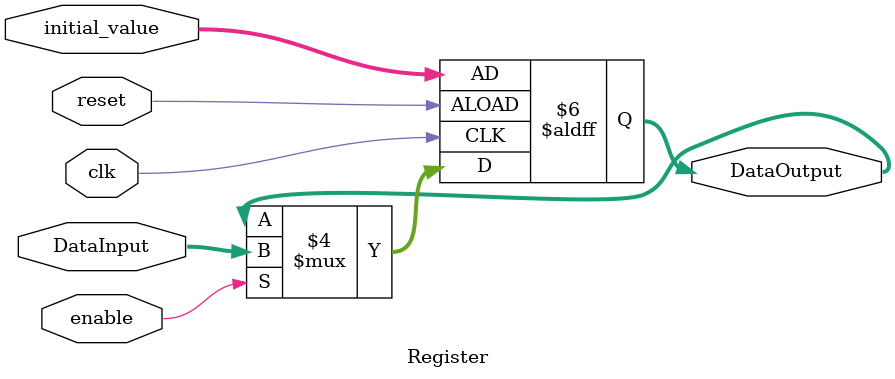
<source format=v>
/******************************************************************
* Description
*	This the basic register that is used in the register file
*	1.0
* Author:
*	Dr. José Luis Pizano Escalante
* email:
*	luispizano@iteso.mx
* Date:
*	16/08/2021
******************************************************************/
module Register
#(
	parameter N = 32
)
(
	input clk,
	input reset,
	input enable,
	input [N-1:0] initial_value, // variable agregada
	input [N-1:0] DataInput,
	
	
	output reg [N-1:0] DataOutput
);

always@(negedge reset or posedge clk) begin
	if(reset==0)
		DataOutput <= initial_value; // Se pasa el dato de inicialización. Es 0 en todos los casos, solo cambia en el registro del sp.
	else	
		if(enable==1)
			DataOutput<=DataInput;
end

endmodule
</source>
